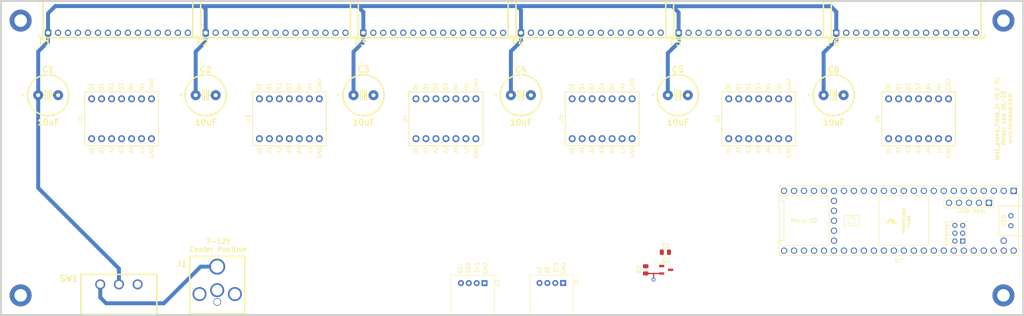
<source format=kicad_pcb>
(kicad_pcb (version 20221018) (generator pcbnew)
  (layers (0 "F.Cu" signal) (1 "In1.Cu" signal) (2 "In2.Cu" signal) (31 "B.Cu" signal) (34 "B.Paste" user) (35 "F.Paste" user) (36 "B.SilkS" user "B.Silkscreen") (37 "F.SilkS" user "F.Silkscreen") (38 "B.Mask" user) (39 "F.Mask" user) (44 "Edge.Cuts" user))
  (net 0 "")
  (net 1 "/3V3")
  (net 2 "/5V")
  (net 3 "/VIN")
  (net 4 "/VIN_SW")
  (net 5 "/SDA")
  (net 6 "/EXT_INT_5V")
  (net 7 "/MISO_0_3V3")
  (net 8 "/MISO_0_5V")
  (net 9 "/SCL")
  (net 10 "/A0")
  (net 11 "/MISO_1_3V3")
  (net 12 "/MISO_1_5V")
  (net 13 "/A1")
  (net 14 "/CS_00_5V")
  (net 15 "/CS_01_5V")
  (net 16 "/CS_02_5V")
  (net 17 "/CS_03_5V")
  (net 18 "/CS_04_5V")
  (net 21 "/MOSI_0_3V3")
  (net 22 "/MOSI_0_5V")
  (net 24 "/CS_05_5V")
  (net 25 "/MOSI_1_3V3")
  (net 26 "/MOSI_1_5V")
  (net 27 "/CS_06_5V")
  (net 28 "/CS_07_5V")
  (net 29 "/CS_08_5V")
  (net 30 "/CS_09_5V")
  (net 31 "/RESET")
  (net 32 "/RESET_PAN")
  (net 33 "/SCK_0_3V3")
  (net 34 "/SCK_0_5V")
  (net 35 "/SCK_1_3V3")
  (net 36 "/SCK_1_5V")
  (net 37 "GND")
  (net 41 "/CS_10_5V")
  (net 42 "/CS_11_5V")
  (net 43 "/CS_12_5V")
  (net 44 "/CS_13_5V")
  (net 45 "/CS_14_5V")
  (net 58 "Net-(Q2-G)")
  (net 68 "/CS_00_3V3")
  (net 69 "/CS_01_3V3")
  (net 70 "/CS_02_3V3")
  (net 71 "/CS_03_3V3")
  (net 74 "/CS_04_3V3")
  (net 75 "/CS_05_3V3")
  (net 76 "/CS_06_3V3")
  (net 77 "/CS_07_3V3")
  (net 80 "/CS_08_3V3")
  (net 81 "/CS_09_3V3")
  (net 82 "/CS_10_3V3")
  (net 83 "/CS_11_3V3")
  (net 86 "/CS_12_3V3")
  (net 87 "/CS_13_3V3")
  (net 88 "/CS_14_3V3")
  (footprint "arena_custom:Capacitor_Polarized" (layer "F.Cu") (at 52 74)
    (fp_text reference "C1")
    (fp_text value "10uF")
  )
  (footprint "arena_custom:Capacitor_Polarized" (layer "F.Cu") (at 92.070178 74)
    (fp_text reference "C2")
    (fp_text value "10uF")
  )
  (footprint "arena_custom:Capacitor_Polarized" (layer "F.Cu") (at 132.220178 74)
    (fp_text reference "C3")
    (fp_text value "10uF")
  )
  (footprint "arena_custom:Capacitor_Polarized" (layer "F.Cu") (at 172.25 74)
    (fp_text reference "C4")
    (fp_text value "10uF")
  )
  (footprint "arena_custom:Capacitor_Polarized" (layer "F.Cu") (at 212.170178 74)
    (fp_text reference "C5")
    (fp_text value "10uF")
  )
  (footprint "arena_custom:HEADER_TOP" (layer "F.Cu") (at 69.75 58.1)
    (fp_text reference "P1")
    (fp_text value "CONN15")
  )
  (footprint "arena_custom:HEADER_TOP" (layer "F.Cu") (at 109.85 58.1)
    (fp_text reference "P2")
    (fp_text value "CONN15")
  )
  (footprint "arena_custom:HEADER_TOP" (layer "F.Cu") (at 149.95 58.1)
    (fp_text reference "P3")
    (fp_text value "CONN15")
  )
  (footprint "arena_custom:HEADER_TOP" (layer "F.Cu") (at 190.05 58.1)
    (fp_text reference "P4")
    (fp_text value "CONN15")
  )
  (footprint "arena_custom:HEADER_TOP" (layer "F.Cu") (at 230.15 58.1)
    (fp_text reference "P5")
    (fp_text value "CONN15")
  )
  (footprint "arena_custom:HEADER_TOP" (layer "F.Cu") (at 270.25 58.1)
    (fp_text reference "P6")
    (fp_text value "CONN15")
  )
  (footprint "arena_custom:slide_switch" (layer "F.Cu") (at 70 124.74)
    (fp_text reference "SW1")
    (fp_text value "SW_SPDT" hide)
  )
  (footprint "arena_custom:SPARKFUN_TXB0104" (layer "F.Cu") (at 70.68 80 90)
    (fp_text reference "U1")
    (fp_text value "SPARKFUN_TXB0104" hide)
  )
  (footprint "arena_custom:SPARKFUN_TXB0104" (layer "F.Cu") (at 232.74 80 90)
    (fp_text reference "U2")
    (fp_text value "SPARKFUN_TXB0104" hide)
  )
  (footprint "arena_custom:SPARKFUN_TXB0104" (layer "F.Cu") (at 113.36 80 90)
    (fp_text reference "U3")
    (fp_text value "SPARKFUN_TXB0104" hide)
  )
  (footprint "arena_custom:SPARKFUN_TXB0104" (layer "F.Cu") (at 153.18 80 90)
    (fp_text reference "U4")
    (fp_text value "SPARKFUN_TXB0104" hide)
  )
  (footprint "arena_custom:SPARKFUN_TXB0104" (layer "F.Cu") (at 192.92 80 90)
    (fp_text reference "U5")
    (fp_text value "SPARKFUN_TXB0104" hide)
  )
  (footprint "arena_custom:SPARKFUN_TXB0104" (layer "F.Cu") (at 273.41 80 90)
    (fp_text reference "U6")
    (fp_text value "SPARKFUN_TXB0104" hide)
  )
  (footprint "arena_custom:DCJACK_2PIN_HIGHCURRENT" (layer "F.Cu") (at 95 129.6738 180)
    (fp_text reference "J1")
    (fp_text value "Barrel_Jack" hide)
  )
  (footprint "arena_custom:NS-Tech_Grove_1x04_P2mm_Horizontal" (layer "F.Cu") (at 160 121.88 -90)
    (fp_text reference "J2")
    (fp_text value "Conn_01x04_Pin")
  )
  (footprint "MountingHole:MountingHole_3.2mm_M3_DIN965_Pad" (layer "F.Cu") (at 45 55)
    (fp_text reference "H1" hide)
    (fp_text value "MountingHole_Pad")
  )
  (footprint "MountingHole:MountingHole_3.2mm_M3_DIN965_Pad" (layer "F.Cu") (at 45 125)
    (fp_text reference "H2" hide)
    (fp_text value "MountingHole_Pad")
  )
  (footprint "MountingHole:MountingHole_3.2mm_M3_DIN965_Pad" (layer "F.Cu") (at 295 55)
    (fp_text reference "H4" hide)
    (fp_text value "MountingHole_Pad")
  )
  (footprint "teensy:Teensy41" (layer "F.Cu") (at 268.4 105.9884 180)
    (fp_text reference "U7")
    (fp_text value "Teensy4.1")
  )
  (footprint "MountingHole:MountingHole_3.2mm_M3_DIN965_Pad" (layer "F.Cu") (at 295 125)
    (fp_text reference "H3" hide)
    (fp_text value "MountingHole_Pad")
  )
  (footprint "arena_custom:NS-Tech_Grove_1x04_P2mm_Horizontal" (layer "F.Cu") (at 180 121.85 -90)
    (fp_text reference "J3")
    (fp_text value "Conn_01x04_Pin")
  )
  (footprint "Resistor_SMD:R_0805_2012Metric" (layer "F.Cu") (at 209 114)
    (fp_text reference "R1")
    (fp_text value "200")
  )
  (footprint "arena_custom:Capacitor_Polarized" (layer "F.Cu") (at 251.8 74)
    (fp_text reference "C6")
    (fp_text value "10uF")
  )
  (footprint "Resistor_SMD:R_0805_2012Metric" (layer "F.Cu") (at 204 118.5 90)
    (fp_text reference "R2")
    (fp_text value "20k")
  )
  (footprint "Package_TO_SOT_SMD:SOT-23-3" (layer "F.Cu") (at 209.19 118.48)
    (fp_text reference "Q2")
    (fp_text value "MOSFET_NCHAN")
  )
  (gr_line (start 40 50) (end 40 130) (stroke (width 0.5)) (layer "Edge.Cuts"))
  (gr_line (start 40 50) (end 300 50) (stroke (width 0.5)) (layer "Edge.Cuts"))
  (gr_line (start 40 130) (end 300 130) (stroke (width 0.5)) (layer "Edge.Cuts"))
  (gr_line (start 300 50) (end 300 130) (stroke (width 0.5)) (layer "Edge.Cuts"))
  (gr_text "7-12V\nCenter Positive" (at 95.25 112.25) (layer "F.SilkS") (effects (font (size 1.27 1.27) (thickness 0.254))))
  (gr_text "test_arena_flat6_tn V0.1 R1\nReiser Lab 06/23\nwww.iorodeo.com" (at 295.02 79.88 90) (layer "F.SilkS") (effects (font (size 1.016 1.016) (thickness 0.2032))))
  (gr_text "SDA" (at 159.5 119.5 90) (layer "F.SilkS") (effects (font (size 1 1)) (justify left bottom)))
  (gr_text "A1" (at 177.5 119.5 90) (layer "F.SilkS") (effects (font (size 1 1)) (justify left bottom)))
  (gr_text "GND" (at 183.75 119.75 90) (layer "F.SilkS") (effects (font (size 1 1)) (justify left bottom)))
  (gr_text "A0" (at 179.5 119.5 90) (layer "F.SilkS") (effects (font (size 1 1)) (justify left bottom)))
  (gr_text "SCL" (at 157.5 119.5 90) (layer "F.SilkS") (effects (font (size 1 1)) (justify left bottom)))
  (gr_text "3V3" (at 161.75 119.5 90) (layer "F.SilkS") (effects (font (size 1 1)) (justify left bottom)))
  (gr_text "GND" (at 163.75 119.75 90) (layer "F.SilkS") (effects (font (size 1 1)) (justify left bottom)))
  (gr_text "3V3" (at 181.75 119.5 90) (layer "F.SilkS") (effects (font (size 1 1)) (justify left bottom)))
  (segment (start 252.47 58.1) (end 252.47 59.95) (width 1) (layer "B.Cu") (net 3))
  (segment (start 70 122.2) (end 70 118.17) (width 1) (layer "B.Cu") (net 3))
  (segment (start 91.31 51.3) (end 92.07 52.06) (width 1) (layer "B.Cu") (net 3))
  (segment (start 132.17 58.1) (end 132.17 60.46) (width 1) (layer "B.Cu") (net 3))
  (segment (start 209.630178 63.289822) (end 209.630178 74) (width 1) (layer "B.Cu") (net 3))
  (segment (start 249.26 63.16) (end 249.26 74) (width 1) (layer "B.Cu") (net 3))
  (segment (start 49.46 97.63) (end 49.46 74) (width 1) (layer "B.Cu") (net 3))
  (segment (start 92.07 58.1) (end 92.07 60.36) (width 1) (layer "B.Cu") (net 3))
  (segment (start 212.37 52.93) (end 212.37 58.1) (width 1) (layer "B.Cu") (net 3))
  (segment (start 49.46 62.91) (end 51.97 60.4) (width 1) (layer "B.Cu") (net 3))
  (segment (start 251.06 51.34) (end 252.47 52.75) (width 1) (layer "B.Cu") (net 3))
  (segment (start 169.71 62.83) (end 169.71 74) (width 1) (layer "B.Cu") (net 3))
  (segment (start 210.75 51.31) (end 212.37 52.93) (width 1) (layer "B.Cu") (net 3))
  (segment (start 130.67 51.31) (end 132.17 52.81) (width 1) (layer "B.Cu") (net 3))
  (segment (start 91.31 51.3) (end 91.32 51.31) (width 1) (layer "B.Cu") (net 3))
  (segment (start 51.97 58.1) (end 51.97 53.16) (width 1) (layer "B.Cu") (net 3))
  (segment (start 130.67 51.31) (end 171.28 51.31) (width 1) (layer "B.Cu") (net 3))
  (segment (start 210.78 51.34) (end 251.06 51.34) (width 1) (layer "B.Cu") (net 3))
  (segment (start 91.32 51.31) (end 130.67 51.31) (width 1) (layer "B.Cu") (net 3))
  (segment (start 129.680178 62.949822) (end 129.680178 74) (width 1) (layer "B.Cu") (net 3))
  (segment (start 172.27 58.1) (end 172.27 60.27) (width 1) (layer "B.Cu") (net 3))
  (segment (start 210.75 51.31) (end 210.78 51.34) (width 1) (layer "B.Cu") (net 3))
  (segment (start 53.83 51.3) (end 91.31 51.3) (width 1) (layer "B.Cu") (net 3))
  (segment (start 172.27 60.27) (end 169.71 62.83) (width 1) (layer "B.Cu") (net 3))
  (segment (start 212.37 60.55) (end 209.630178 63.289822) (width 1) (layer "B.Cu") (net 3))
  (segment (start 89.530178 62.899822) (end 89.530178 74) (width 1) (layer "B.Cu") (net 3))
  (segment (start 49.46 74) (end 49.46 62.91) (width 1) (layer "B.Cu") (net 3))
  (segment (start 172.27 58.1) (end 172.27 52.3) (width 1) (layer "B.Cu") (net 3))
  (segment (start 51.97 60.4) (end 51.97 58.1) (width 1) (layer "B.Cu") (net 3))
  (segment (start 132.17 60.46) (end 129.680178 62.949822) (width 1) (layer "B.Cu") (net 3))
  (segment (start 132.17 52.81) (end 132.17 58.1) (width 1) (layer "B.Cu") (net 3))
  (segment (start 51.97 53.16) (end 53.83 51.3) (width 1) (layer "B.Cu") (net 3))
  (segment (start 252.47 52.75) (end 252.47 58.1) (width 1) (layer "B.Cu") (net 3))
  (segment (start 171.28 51.31) (end 210.75 51.31) (width 1) (layer "B.Cu") (net 3))
  (segment (start 212.37 58.1) (end 212.37 60.55) (width 1) (layer "B.Cu") (net 3))
  (segment (start 252.47 59.95) (end 249.26 63.16) (width 1) (layer "B.Cu") (net 3))
  (segment (start 92.07 60.36) (end 89.530178 62.899822) (width 1) (layer "B.Cu") (net 3))
  (segment (start 92.07 52.06) (end 92.07 58.1) (width 1) (layer "B.Cu") (net 3))
  (segment (start 70 118.17) (end 49.46 97.63) (width 1) (layer "B.Cu") (net 3))
  (segment (start 172.27 52.3) (end 171.28 51.31) (width 1) (layer "B.Cu") (net 3))
  (segment (start 95 117.685) (end 90.785 117.685) (width 1) (layer "B.Cu") (net 4))
  (segment (start 81.45 127.02) (end 66.74 127.02) (width 1) (layer "B.Cu") (net 4))
  (segment (start 65.2502 125.5302) (end 65.2502 122.2) (width 1) (layer "B.Cu") (net 4))
  (segment (start 66.74 127.02) (end 65.2502 125.5302) (width 1) (layer "B.Cu") (net 4))
  (segment (start 90.785 117.685) (end 81.45 127.02) (width 1) (layer "B.Cu") (net 4))
  (segment (start 208.0525 119.43) (end 206 119.43) (width 0.3) (layer "F.Cu") (net 37))
  (segment (start 206 119.43) (end 204.0175 119.43) (width 0.3) (layer "F.Cu") (net 37))
  (segment (start 204.0175 119.43) (end 204 119.4125) (width 0.3) (layer "F.Cu") (net 37))
  (segment (start 206 119.43) (end 206 121) (width 0.3) (layer "F.Cu") (net 37))
  (via (at 206 121) (size 1) (drill 0.6) (layers "F.Cu" "B.Cu") (net 37))
)
</source>
